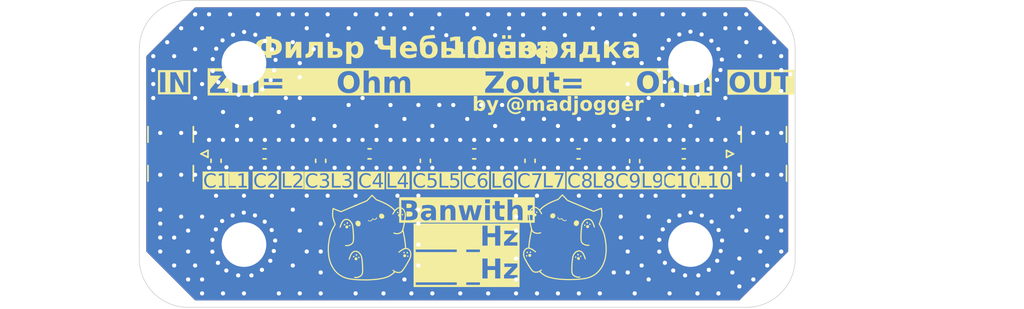
<source format=kicad_pcb>
(kicad_pcb (version 20241229) (generator "pcbnew") (generator_version "9.0")
  (layers (0 "F.Cu" signal) (2 "B.Cu" signal) (13 "F.Paste" user) (15 "B.Paste" user) (5 "F.SilkS" user "F.Silkscreen") (7 "B.SilkS" user "B.Silkscreen") (1 "F.Mask" user) (3 "B.Mask" user) (25 "Edge.Cuts" user))
  (net 0 "")
  (net 1 "Earth")
  (net 2 "Net-(J1-In)")
  (net 3 "Net-(C2-Pad2)")
  (net 4 "Net-(C3-Pad1)")
  (net 5 "Net-(C4-Pad2)")
  (net 6 "Net-(C5-Pad1)")
  (net 7 "Net-(C6-Pad2)")
  (net 8 "Net-(C7-Pad1)")
  (net 9 "Net-(C8-Pad2)")
  (net 10 "Net-(C10-Pad1)")
  (net 11 "Net-(C10-Pad2)")
  (net 12 "Net-(J2-In)")
  (footprint "MountingHole:MountingHole_3.2mm_M3_DIN965_Pad_TopBottom" (layer "F.Cu") (at 164.5 85.5)
    (property "Reference" "H4" (hide yes))
    (property "Value" "MountingHole:MountingHole_3.2mm_M3_DIN965_Pad_TopBottom")
    (pad "1" thru_hole circle (at 0 0) (size 3.6 3.6) (drill 3.2) (layers "*.Cu" "*.Mask") (net 1 "Earth"))
    (pad "1" connect circle (at 0 0) (size 5.6 5.6) (layers "F.Cu" "F.Mask") (net 1 "Earth"))
    (pad "1" connect circle (at 0 0) (size 5.6 5.6) (layers "B.Cu" "B.Mask") (net 1 "Earth"))
  )
  (footprint "Inductor_SMD:L_0402_1005Metric" (layer "F.Cu") (at 135.985 79)
    (property "Reference" "L2" (at 0 2 0) (layer "F.SilkS" knockout))
    (property "Value" "30nH")
    (pad "1" smd roundrect (at -0.485 0) (size 0.59 0.64) (layers "F.Cu" "F.Mask" "F.Paste") (net 3 "Net-(C2-Pad2)"))
    (pad "2" smd roundrect (at 0.485 0) (size 0.59 0.64) (layers "F.Cu" "F.Mask" "F.Paste") (net 4 "Net-(C3-Pad1)"))
  )
  (footprint "Inductor_SMD:L_0402_1005Metric" (layer "F.Cu") (at 143.485 79)
    (property "Reference" "L4" (at 0.015 2 0) (layer "F.SilkS" knockout))
    (property "Value" "36nH")
    (pad "1" smd roundrect (at -0.485 0) (size 0.59 0.64) (layers "F.Cu" "F.Mask" "F.Paste") (net 5 "Net-(C4-Pad2)"))
    (pad "2" smd roundrect (at 0.485 0) (size 0.59 0.64) (layers "F.Cu" "F.Mask" "F.Paste") (net 6 "Net-(C5-Pad1)"))
  )
  (footprint "Inductor_SMD:L_0402_1005Metric" (layer "F.Cu") (at 132 79.5 -90)
    (property "Reference" "L1" (at 1.5 0 180) (layer "F.SilkS" knockout))
    (property "Value" "13nH")
    (pad "1" smd roundrect (at -0.485 0 270) (size 0.59 0.64) (layers "F.Cu" "F.Mask" "F.Paste") (net 2 "Net-(J1-In)"))
    (pad "2" smd roundrect (at 0.485 0 270) (size 0.59 0.64) (layers "F.Cu" "F.Mask" "F.Paste") (net 1 "Earth"))
  )
  (footprint "Capacitor_SMD:C_0402_1005Metric" (layer "F.Cu") (at 156.48 79)
    (property "Reference" "C8" (at 0.107836 2 0) (layer "F.SilkS" knockout))
    (property "Value" "3pF")
    (pad "1" smd roundrect (at -0.48 0) (size 0.56 0.62) (layers "F.Cu" "F.Mask" "F.Paste") (net 8 "Net-(C7-Pad1)"))
    (pad "2" smd roundrect (at 0.48 0) (size 0.56 0.62) (layers "F.Cu" "F.Mask" "F.Paste") (net 9 "Net-(C8-Pad2)"))
  )
  (footprint "Capacitor_SMD:C_0402_1005Metric" (layer "F.Cu") (at 141.5 79)
    (property "Reference" "C4" (at 0.107836 2 0) (layer "F.SilkS" knockout))
    (property "Value" "3.3pF")
    (pad "1" smd roundrect (at -0.48 0) (size 0.56 0.62) (layers "F.Cu" "F.Mask" "F.Paste") (net 4 "Net-(C3-Pad1)"))
    (pad "2" smd roundrect (at 0.48 0) (size 0.56 0.62) (layers "F.Cu" "F.Mask" "F.Paste") (net 5 "Net-(C4-Pad2)"))
  )
  (footprint "Capacitor_SMD:C_0402_1005Metric" (layer "F.Cu") (at 149 79)
    (property "Reference" "C6" (at 0.107836 2 0) (layer "F.SilkS" knockout))
    (property "Value" "3pF")
    (pad "1" smd roundrect (at -0.48 0) (size 0.56 0.62) (layers "F.Cu" "F.Mask" "F.Paste") (net 6 "Net-(C5-Pad1)"))
    (pad "2" smd roundrect (at 0.48 0) (size 0.56 0.62) (layers "F.Cu" "F.Mask" "F.Paste") (net 7 "Net-(C6-Pad2)"))
  )
  (footprint "MountingHole:MountingHole_3.2mm_M3_DIN965_Pad_TopBottom" (layer "F.Cu") (at 164.5 72.5)
    (property "Reference" "H3" (hide yes))
    (property "Value" "MountingHole_M3_3.2mm_Pad")
    (pad "1" thru_hole circle (at 0 0) (size 3.6 3.6) (drill 3.2) (layers "*.Cu" "*.Mask") (net 1 "Earth"))
    (pad "1" connect circle (at 0 0) (size 5.6 5.6) (layers "F.Cu" "F.Mask") (net 1 "Earth"))
    (pad "1" connect circle (at 0 0) (size 5.6 5.6) (layers "B.Cu" "B.Mask") (net 1 "Earth"))
  )
  (footprint "Capacitor_SMD:C_0402_1005Metric" (layer "F.Cu") (at 164.02 79)
    (property "Reference" "C10" (at -0.161605 2 0) (layer "F.SilkS" knockout))
    (property "Value" "5.6pF")
    (pad "1" smd roundrect (at -0.48 0) (size 0.56 0.62) (layers "F.Cu" "F.Mask" "F.Paste") (net 10 "Net-(C10-Pad1)"))
    (pad "2" smd roundrect (at 0.48 0) (size 0.56 0.62) (layers "F.Cu" "F.Mask" "F.Paste") (net 11 "Net-(C10-Pad2)"))
  )
  (footprint "Capacitor_SMD:C_0402_1005Metric" (layer "F.Cu") (at 145.5 79.5 -90)
    (property "Reference" "C5" (at 1.5 0 180) (layer "F.SilkS" knockout))
    (property "Value" "15pF")
    (pad "1" smd roundrect (at -0.48 0 270) (size 0.56 0.62) (layers "F.Cu" "F.Mask" "F.Paste") (net 6 "Net-(C5-Pad1)"))
    (pad "2" smd roundrect (at 0.48 0 270) (size 0.56 0.62) (layers "F.Cu" "F.Mask" "F.Paste") (net 1 "Earth"))
  )
  (footprint "Inductor_SMD:L_0402_1005Metric" (layer "F.Cu") (at 147 79.515 -90)
    (property "Reference" "L5" (at 1.485 -0.219242 180) (layer "F.SilkS" knockout))
    (property "Value" "7.5nH")
    (pad "1" smd roundrect (at -0.485 0 270) (size 0.59 0.64) (layers "F.Cu" "F.Mask" "F.Paste") (net 6 "Net-(C5-Pad1)"))
    (pad "2" smd roundrect (at 0.485 0 270) (size 0.59 0.64) (layers "F.Cu" "F.Mask" "F.Paste") (net 1 "Earth"))
  )
  (footprint "MountingHole:MountingHole_3.2mm_M3_DIN965_Pad_TopBottom" (layer "F.Cu") (at 132.5 85.5)
    (property "Reference" "H2" (hide yes))
    (property "Value" "MountingHole_M3_3.2mm_Pad")
    (pad "1" thru_hole circle (at 0 0) (size 3.6 3.6) (drill 3.2) (layers "*.Cu" "*.Mask") (net 1 "Earth"))
    (pad "1" connect circle (at 0 0) (size 5.6 5.6) (layers "F.Cu" "F.Mask") (net 1 "Earth"))
    (pad "1" connect circle (at 0 0) (size 5.6 5.6) (layers "B.Cu" "B.Mask") (net 1 "Earth"))
  )
  (footprint "Inductor_SMD:L_0402_1005Metric" (layer "F.Cu") (at 162 79.515 -90)
    (property "Reference" "L9" (at 1.485 0.224408 180) (layer "F.SilkS" knockout))
    (property "Value" "10nH")
    (pad "1" smd roundrect (at -0.485 0 270) (size 0.59 0.64) (layers "F.Cu" "F.Mask" "F.Paste") (net 10 "Net-(C10-Pad1)"))
    (pad "2" smd roundrect (at 0.485 0 270) (size 0.59 0.64) (layers "F.Cu" "F.Mask" "F.Paste") (net 1 "Earth"))
  )
  (footprint "Capacitor_SMD:C_0402_1005Metric" (layer "F.Cu") (at 153 79.5 -90)
    (property "Reference" "C7" (at 1.5 0 180) (layer "F.SilkS" knockout))
    (property "Value" "15pF")
    (pad "1" smd roundrect (at -0.48 0 270) (size 0.56 0.62) (layers "F.Cu" "F.Mask" "F.Paste") (net 8 "Net-(C7-Pad1)"))
    (pad "2" smd roundrect (at 0.48 0 270) (size 0.56 0.62) (layers "F.Cu" "F.Mask" "F.Paste") (net 1 "Earth"))
  )
  (footprint "Inductor_SMD:L_0402_1005Metric" (layer "F.Cu") (at 154.5 79.515 -90)
    (property "Reference" "L7" (at 1.470051 -0.196637 180) (layer "F.SilkS" knockout))
    (property "Value" "8.2nH")
    (pad "1" smd roundrect (at -0.485 0 270) (size 0.59 0.64) (layers "F.Cu" "F.Mask" "F.Paste") (net 8 "Net-(C7-Pad1)"))
    (pad "2" smd roundrect (at 0.485 0 270) (size 0.59 0.64) (layers "F.Cu" "F.Mask" "F.Paste") (net 1 "Earth"))
  )
  (footprint "MountingHole:MountingHole_3.2mm_M3_DIN965_Pad_TopBottom" (layer "F.Cu") (at 132.5 72.5)
    (property "Reference" "H1" (hide yes))
    (property "Value" "MountingHole_M3_3.2mm_Pad")
    (pad "1" thru_hole circle (at 0 0) (size 3.6 3.6) (drill 3.2) (layers "*.Cu" "*.Mask") (net 1 "Earth"))
    (pad "1" connect circle (at 0 0) (size 5.6 5.6) (layers "F.Cu" "F.Mask") (net 1 "Earth"))
    (pad "1" connect circle (at 0 0) (size 5.6 5.6) (layers "B.Cu" "B.Mask") (net 1 "Earth"))
  )
  (footprint "Connector_Coaxial:SMA_Samtec_SMA-J-P-H-ST-EM1_EdgeMount" (layer "F.Cu") (at 169.8375 79)
    (property "Reference" "J2" (hide yes))
    (property "Value" "Conn_Coaxial")
    (pad "1" smd roundrect (at 0 0 90) (size 1.27 3.2) (layers "F.Cu" "F.Mask") (roundrect_rratio 0.1968503937) (net 12 "Net-(J2-In)"))
    (pad "2" smd roundrect (at -0.25 -2.825 90) (size 1.35 3.7) (layers "F.Cu" "F.Mask") (roundrect_rratio 0.1851851852) (net 1 "Earth"))
    (pad "2" smd roundrect (at -0.25 -2.825 90) (size 1.35 3.7) (layers "B.Cu" "B.Mask") (roundrect_rratio 0.1851851852) (net 1 "Earth"))
    (pad "2" smd roundrect (at -0.25 2.825 90) (size 1.35 3.7) (layers "F.Cu" "F.Mask") (roundrect_rratio 0.1851851852) (net 1 "Earth"))
    (pad "2" smd roundrect (at -0.25 2.825 90) (size 1.35 3.7) (layers "B.Cu" "B.Mask") (roundrect_rratio 0.1851851852) (net 1 "Earth"))
  )
  (footprint "Inductor_SMD:L_0402_1005Metric" (layer "F.Cu") (at 151.015 79)
    (property "Reference" "L6" (at 0 2 0) (layer "F.SilkS" knockout))
    (property "Value" "39nH")
    (pad "1" smd roundrect (at -0.485 0) (size 0.59 0.64) (layers "F.Cu" "F.Mask" "F.Paste") (net 7 "Net-(C6-Pad2)"))
    (pad "2" smd roundrect (at 0.485 0) (size 0.59 0.64) (layers "F.Cu" "F.Mask" "F.Paste") (net 8 "Net-(C7-Pad1)"))
  )
  (footprint "Inductor_SMD:L_0402_1005Metric" (layer "F.Cu") (at 158.5 79)
    (property "Reference" "L8" (at -0.227304 2 0) (layer "F.SilkS" knockout))
    (property "Value" "39nH")
    (pad "1" smd roundrect (at -0.485 0) (size 0.59 0.64) (layers "F.Cu" "F.Mask" "F.Paste") (net 9 "Net-(C8-Pad2)"))
    (pad "2" smd roundrect (at 0.485 0) (size 0.59 0.64) (layers "F.Cu" "F.Mask" "F.Paste") (net 10 "Net-(C10-Pad1)"))
  )
  (footprint "Capacitor_SMD:C_0402_1005Metric" (layer "F.Cu") (at 160.5 79.52 -90)
    (property "Reference" "C9" (at 1.48 0.478348 180) (layer "F.SilkS" knockout))
    (property "Value" "12pF")
    (pad "1" smd roundrect (at -0.48 0 270) (size 0.56 0.62) (layers "F.Cu" "F.Mask" "F.Paste") (net 10 "Net-(C10-Pad1)"))
    (pad "2" smd roundrect (at 0.48 0 270) (size 0.56 0.62) (layers "F.Cu" "F.Mask" "F.Paste") (net 1 "Earth"))
  )
  (footprint "Inductor_SMD:L_0402_1005Metric" (layer "F.Cu") (at 166.015 79)
    (property "Reference" "L10" (at 0.159984 2 0) (layer "F.SilkS" knockout))
    (property "Value" "22nH")
    (pad "1" smd roundrect (at -0.485 0) (size 0.59 0.64) (layers "F.Cu" "F.Mask" "F.Paste") (net 11 "Net-(C10-Pad2)"))
    (pad "2" smd roundrect (at 0.485 0) (size 0.59 0.64) (layers "F.Cu" "F.Mask" "F.Paste") (net 12 "Net-(J2-In)"))
  )
  (footprint "Capacitor_SMD:C_0402_1005Metric" (layer "F.Cu") (at 138 79.5 -90)
    (property "Reference" "C3" (at 1.507474 0.216752 180) (layer "F.SilkS" knockout))
    (property "Value" "16pF")
    (pad "1" smd roundrect (at -0.48 0 270) (size 0.56 0.62) (layers "F.Cu" "F.Mask" "F.Paste") (net 4 "Net-(C3-Pad1)"))
    (pad "2" smd roundrect (at 0.48 0 270) (size 0.56 0.62) (layers "F.Cu" "F.Mask" "F.Paste") (net 1 "Earth"))
  )
  (footprint "Capacitor_SMD:C_0402_1005Metric" (layer "F.Cu") (at 130.5 79.5 -90)
    (property "Reference" "C1" (at 1.5 0 180) (layer "F.SilkS" knockout))
    (property "Value" "9.1pF")
    (pad "1" smd roundrect (at -0.48 0 270) (size 0.56 0.62) (layers "F.Cu" "F.Mask" "F.Paste") (net 2 "Net-(J1-In)"))
    (pad "2" smd roundrect (at 0.48 0 270) (size 0.56 0.62) (layers "F.Cu" "F.Mask" "F.Paste") (net 1 "Earth"))
  )
  (footprint "LOGO" (layer "F.Cu") (at 141.5 85)
    (property "Reference" "G***" (hide yes))
    (property "Value" "LOGO" (hide yes))
  )
  (footprint "Connector_Coaxial:SMA_Samtec_SMA-J-P-H-ST-EM1_EdgeMount" (layer "F.Cu") (at 127.1625 79 180)
    (property "Reference" "J1" (hide yes))
    (property "Value" "Conn_Coaxial")
    (pad "1" smd roundrect (at 0 0 270) (size 1.27 3.2) (layers "F.Cu" "F.Mask") (roundrect_rratio 0.1968503937) (net 2 "Net-(J1-In)"))
    (pad "2" smd roundrect (at -0.25 -2.825 270) (size 1.35 3.7) (layers "F.Cu" "F.Mask") (roundrect_rratio 0.1851851852) (net 1 "Earth"))
    (pad "2" smd roundrect (at -0.25 -2.825 270) (size 1.35 3.7) (layers "B.Cu" "B.Mask") (roundrect_rratio 0.1851851852) (net 1 "Earth"))
    (pad "2" smd roundrect (at -0.25 2.825 270) (size 1.35 3.7) (layers "F.Cu" "F.Mask") (roundrect_rratio 0.1851851852) (net 1 "Earth"))
    (pad "2" smd roundrect (at -0.25 2.825 270) (size 1.35 3.7) (layers "B.Cu" "B.Mask") (roundrect_rratio 0.1851851852) (net 1 "Earth"))
  )
  (footprint "LOGO" (layer "F.Cu") (at 155.5 84.975871)
    (property "Reference" "G***" (hide yes))
    (property "Value" "LOGO" (hide yes))
  )
  (footprint "Capacitor_SMD:C_0402_1005Metric" (layer "F.Cu") (at 133.98 79)
    (property "Reference" "C2" (at 0.107836 2 0) (layer "F.SilkS" knockout))
    (property "Value" "3.9pF")
    (pad "1" smd roundrect (at -0.48 0) (size 0.56 0.62) (layers "F.Cu" "F.Mask" "F.Paste") (net 2 "Net-(J1-In)"))
    (pad "2" smd roundrect (at 0.48 0) (size 0.56 0.62) (layers "F.Cu" "F.Mask" "F.Paste") (net 3 "Net-(C2-Pad2)"))
  )
  (footprint "Inductor_SMD:L_0402_1005Metric" (layer "F.Cu") (at 139.5 79.5 -90)
    (property "Reference" "L3" (at 1.5 0 180) (layer "F.SilkS" knockout))
    (property "Value" "7.5nH")
    (pad "1" smd roundrect (at -0.485 0 270) (size 0.59 0.64) (layers "F.Cu" "F.Mask" "F.Paste") (net 4 "Net-(C3-Pad1)"))
    (pad "2" smd roundrect (at 0.485 0 270) (size 0.59 0.64) (layers "F.Cu" "F.Mask" "F.Paste") (net 1 "Earth"))
  )
  (gr_line (start 128.5 68) (end 168.5 68) (stroke (width 0.05)) (layer "Edge.Cuts"))
  (gr_arc (start 128.5 90) (mid 126.025126 88.974874) (end 125 86.5) (stroke (width 0.05)) (layer "Edge.Cuts"))
  (gr_arc (start 172 86.5) (mid 170.974874 88.974874) (end 168.5 90) (stroke (width 0.05)) (layer "Edge.Cuts"))
  (gr_line (start 168.5 90) (end 128.5 90) (stroke (width 0.05)) (layer "Edge.Cuts"))
  (gr_arc (start 168.5 68) (mid 170.974874 69.025126) (end 172 71.5) (stroke (width 0.05)) (layer "Edge.Cuts"))
  (gr_arc (start 125 71.5) (mid 126.025126 69.025126) (end 128.5 68) (stroke (width 0.05)) (layer "Edge.Cuts"))
  (gr_line (start 125 86.5) (end 125 71.5) (stroke (width 0.05)) (layer "Edge.Cuts"))
  (gr_line (start 172 71.5) (end 172 86.5) (stroke (width 0.05)) (layer "Edge.Cuts"))
  (gr_text "___ _Hz\n___ _Hz" (at 148.5 86.172656 0) (layer "F.SilkS" knockout) (effects (font (size 1.4 1.4) (thickness 0.2) (bold yes))))
  (gr_text "Zin=     Ohm       Zout=     Ohm" (at 148 74 0) (layer "F.SilkS" knockout) (effects (font (size 1.5 1.5) (thickness 0.2) (bold yes))))
  (gr_text "OUT" (at 169.5 74 0) (layer "F.SilkS" knockout) (effects (font (size 1.4 1.4) (thickness 0.2) (bold yes))))
  (gr_text "by @madjogger" (at 155 75.5 0) (layer "F.SilkS") (effects (font (size 1 1) (thickness 0.2) (bold yes))))
  (gr_text "10 порядка" (at 154 71.5 0) (layer "F.SilkS") (effects (font (size 1.5 1.5) (thickness 0.15) (bold yes))))
  (gr_text "Фильр Чебышёва" (at 144 71.5 0) (layer "F.SilkS") (effects (font (size 1.5 1.5) (thickness 0.15) (bold yes))))
  (gr_text "Banwith:" (at 148.5 83.172656 0) (layer "F.SilkS" knockout) (effects (font (size 1.4 1.4) (thickness 0.2) (bold yes))))
  (gr_text "IN" (at 127.5 74 0) (layer "F.SilkS" knockout) (effects (font (size 1.4 1.4) (thickness 0.2) (bold yes))))
  (via (at 132.486986 83.211717) (size 0.6) (drill 0.3) (layers "F.Cu" "B.Cu") (net 1))
  (via (at 162 82) (size 0.6) (drill 0.3) (layers "F.Cu" "B.Cu") (net 1))
  (via (at 136.5 89) (size 0.6) (drill 0.3) (layers "F.Cu" "B.Cu") (net 1))
  (via (at 158 89) (size 0.6) (drill 0.3) (layers "F.Cu" "B.Cu") (net 1))
  (via (at 152 82) (size 0.6) (drill 0.3) (layers "F.Cu" "B.Cu") (net 1))
  (via (at 130 69) (size 0.6) (drill 0.3) (layers "F.Cu" "B.Cu") (net 1))
  (via (at 140.5 89) (size 0.6) (drill 0.3) (layers "F.Cu" "B.Cu") (net 1))
  (via (at 128.5 86) (size 0.6) (drill 0.3) (layers "F.Cu" "B.Cu") (net 1))
  (via (at 158 82) (size 0.6) (drill 0.3) (layers "F.Cu" "B.Cu") (net 1))
  (via (at 170.5 71) (size 0.6) (drill 0.3) (layers "F.Cu" "B.Cu") (net 1))
  (via (at 130.513915 71.465464) (size 0.6) (drill 0.3) (layers "F.Cu" "B.Cu") (net 1))
  (via (at 163.711786 83.410507) (size 0.6) (drill 0.3) (layers "F.Cu" "B.Cu") (net 1))
  (via (at 129 87) (size 0.6) (drill 0.3) (layers "F.Cu" "B.Cu") (net 1))
  (via (at 164.5 77) (size 0.6) (drill 0.3) (layers "F.Cu" "B.Cu") (net 1))
  (via (at 152 80) (size 0.6) (drill 0.3) (layers "F.Cu" "B.Cu") (net 1))
  (via (at 146 70) (size 0.6) (drill 0.3) (layers "F.Cu" "B.Cu") (net 1))
  (via (at 143 78) (size 0.6) (drill 0.3) (layers "F.Cu" "B.Cu") (net 1))
  (via (at 164.111786 87.710507) (size 0.6) (drill 0.3) (layers "F.Cu" "B.Cu") (net 1))
  (via (at 135 89) (size 0.6) (drill 0.3) (layers "F.Cu" "B.Cu") (net 1))
  (via (at 161.5 83.5) (size 0.6) (drill 0.3) (layers "F.Cu" "B.Cu") (net 1))
  (via (at 127.5 85) (size 0.6) (drill 0.3) (layers "F.Cu" "B.Cu") (net 1))
  (via (at 142.5 70) (size 0.6) (drill 0.3) (layers "F.Cu" "B.Cu") (net 1))
  (via (at 160.5 70.5) (size 0.6) (drill 0.3) (layers "F.Cu" "B.Cu") (net 1))
  (via (at 133.5 69) (size 0.6) (drill 0.3) (layers "F.Cu" "B.Cu") (net 1))
  (via (at 129.5 83.5) (size 0.6) (drill 0.3) (layers "F.Cu" "B.Cu") (net 1))
  (via (at 166.74611 72.245351) (size 0.6) (drill 0.3) (layers "F.Cu" "B.Cu") (net 1))
  (via (at 166.761786 85.210507) (size 0.6) (drill 0.3) (layers "F.Cu" "B.Cu") (net 1))
  (via (at 130.963915 70.865464) (size 0.6) (drill 0.3) (layers "F.Cu" "B.Cu") (net 1))
  (via (at 137.5 76.5) (size 0.6) (drill 0.3) (layers "F.Cu" "B.Cu") (net 1))
  (via (at 171 73) (size 0.6) (drill 0.3) (layers "F.Cu" "B.Cu") (net 1))
  (via (at 137 69) (size 0.6) (drill 0.3) (layers "F.Cu" "B.Cu") (net 1))
  (via (at 150 78) (size 0.6) (drill 0.3) (layers "F.Cu" "B.Cu") (net 1))
  (via (at 138 86) (size 0.6) (drill 0.3) (layers "F.Cu" "B.Cu") (net 1))
  (via (at 166.5 76.5) (size 0.6) (drill 0.3) (layers "F.Cu" "B.Cu") (net 1))
  (via (at 134 80) (size 0.6) (drill 0.3) (layers "F.Cu" "B.Cu") (net 1))
  (via (at 144.5 89) (size 0.6) (drill 0.3) (layers "F.Cu" "B.Cu") (net 1))
  (via (at 146.5 75.5) (size 0.6) (drill 0.3) (layers "F.Cu" "B.Cu") (net 1))
  (via (at 136 87) (size 0.6) (drill 0.3) (layers "F.Cu" "B.Cu") (net 1))
  (via (at 161 85) (size 0.6) (drill 0.3) (layers "F.Cu" "B.Cu") (net 1))
  (via (at 133 78) (size 0.6) (drill 0.3) (layers "F.Cu" "B.Cu") (net 1))
  (via (at 137 82) (size 0.6) (drill 0.3) (layers "F.Cu" "B.Cu") (net 1))
  (via (at 165.99611 70.895351) (size 0.6) (drill 0.3) (layers "F.Cu" "B.Cu") (net 1))
  (via (at 126 72) (size 0.6) (drill 0.3) (layers "F.Cu" "B.Cu") (net 1))
  (via (at 127 71) (size 0.6) (drill 0.3) (layers "F.Cu" "B.Cu") (net 1))
  (via (at 166.64611 72.995351) (size 0.6) (drill 0.3) (layers "F.Cu" "B.Cu") (net 1))
  (via (at 138.5 82) (size 0.6) (drill 0.3) (layers "F.Cu" "B.Cu") (net 1))
  (via (at 127.5 87) (size 0.6) (drill 0.3) (layers "F.Cu" "B.Cu") (net 1))
  (via (at 159.5 69) (size 0.6) (drill 0.3) (layers "F.Cu" "B.Cu") (net 1))
  (via (at 155.5 69) (size 0.6) (drill 0.3) (layers "F.Cu" "B.Cu") (net 1))
  (via (at 171 84.5) (size 0.6) (drill 0.3) (layers "F.Cu" "B.Cu") (net 1))
  (via (at 160 87.5) (size 0.6) (drill 0.3) (layers "F.Cu" "B.Cu") (net 1))
  (via (at 130.663915 73.865464) (size 0.6) (drill 0.3) (layers "F.Cu" "B.Cu") (net 1))
  (via (at 171 83.5) (size 0.6) (drill 0.3) (layers "F.Cu" "B.Cu") (net 1))
  (via (at 130.936986 83.811717) (size 0.6) (drill 0.3) (layers "F.Cu" "B.Cu") (net 1))
  (via (at 134.513915 71.515464) (size 0.6) (drill 0.3) (layers "F.Cu" "B.Cu") (net 1))
  (via (at 167 69) (size 0.6) (drill 0.3) (layers "F.Cu" "B.Cu") (net 1))
  (via (at 168 77.5) (size 0.6) (drill 0.3) (layers "F.Cu" "B.Cu") (net 1))
  (via (at 134.5 82) (size 0.6) (drill 0.3) (layers "F.Cu" "B.Cu") (net 1))
  (via (at 165.5 69) (size 0.6) (drill 0.3) (layers "F.Cu" "B.Cu") (net 1))
  (via (at 131.5 69) (size 0.6) (drill 0.3) (layers "F.Cu" "B.Cu") (net 1))
  (via (at 136 78) (size 0.6) (drill 0.3) (layers "F.Cu" "B.Cu") (net 1))
  (via (at 146 89) (size 0.6) (drill 0.3) (layers "F.Cu" "B.Cu") (net 1))
  (via (at 150.5 77) (size 0.6) (drill 0.3) (layers "F.Cu" "B.Cu") (net 1))
  (via (at 159.5 82) (size 0.6) (drill 0.3) (layers "F.Cu" "B.Cu") (net 1))
  (via (at 158 69) (size 0.6) (drill 0.3) (layers "F.Cu" "B.Cu") (net 1))
  (via (at 163.69611 70.445351) (size 0.6) (drill 0.3) (layers "F.Cu" "B.Cu") (net 1))
  (via (at 131.246807 79.963069) (size 0.6) (drill 0.3) (layers "F.Cu" "B.Cu") (net 1))
  (via (at 151 75.5) (size 0.6) (drill 0.3) (layers "F.Cu" "B.Cu") (net 1))
  (via (at 126.5 83) (size 0.6) (drill 0.3) (layers "F.Cu" "B.Cu") (net 1))
  (via (at 143.5 82) (size 0.6) (drill 0.3) (layers "F.Cu" "B.Cu") (net 1))
  (via (at 129 71.5) (size 0.6) (drill 0.3) (layers "F.Cu" "B.Cu") (net 1))
  (via (at 134.386986 86.661717) (size 0.6) (drill 0.3) (layers "F.Cu" "B.Cu") (net 1))
  (via (at 163.24611 74.395351) (size 0.6) (drill 0.3) (layers "F.Cu" "B.Cu") (net 1))
  (via (at 129 69) (size 0.6) (drill 0.3) (layers "F.Cu" "B.Cu") (net 1))
  (via (at 159 77) (size 0.6) (drill 0.3) (layers "F.Cu" "B.Cu") (net 1))
  (via (at 165 80) (size 0.6) (drill 0.3) (layers "F.Cu" "B.Cu") (net 1))
  (via (at 160 71.5) (size 0.6) (drill 0.3) (layers "F.Cu" "B.Cu") (net 1))
  (via (at 169.5 72) (size 0.6) (drill 0.3) (layers "F.Cu" "B.Cu") (net 1))
  (via (at 133.786986 87.311717) (size 0.6) (drill 0.3) (layers "F.Cu" "B.Cu") (net 1))
  (via (at 137 70) (size 0.6) (drill 0.3) (layers "F.Cu" "B.Cu") (net 1))
  (via (at 161.5 88) (size 0.6) (drill 0.3) (layers "F.Cu" "B.Cu") (net 1))
  (via (at 132 78) (size 0.6) (drill 0.3) (layers "F.Cu" "B.Cu") (net 1))
  (via (at 128 77.5) (size 0.6) (drill 0.3) (layers "F.Cu" "B.Cu") (net 1))
  (via (at 136 83) (size 0.6) (drill 0.3) (layers "F.Cu" "B.Cu") (net 1))
  (via (at 167 75) (size 0.6) (drill 0.3) (layers "F.Cu" "B.Cu") (net 1))
  (via (at 168 86.5) (size 0.6) (drill 0.3) (layers "F.Cu" "B.Cu") (net 1))
  (via (at 140.5 82) (size 0.6) (drill 0.3) (layers "F.Cu" "B.Cu") (net 1))
  (via (at 134.013915 70.915464) (size 0.6) (drill 0.3) (layers "F.Cu" "B.Cu") (net 1))
  (via (at 139 80) (size 0.6) (drill 0.3) (layers "F.Cu" "B.Cu") (net 1))
  (via (at 162.661786 86.810507) (size 0.6) (drill 0.3) (layers "F.Cu" "B.Cu") (net 1))
  (via (at 156 78) (size 0.6) (drill 0.3) (layers "F.Cu" "B.Cu") (net 1))
  (via (at 145 82) (size 0.6) (drill 0.3) (layers "F.Cu" "B.Cu") (net 1))
  (via (at 132.513915 70.265464) (size 0.6) (drill 0.3) (layers "F.Cu" "B.Cu") (net 1))
  (via (at 166.511786 84.460507) (size 0.6) (drill 0.3) (layers "F.Cu" "B.Cu") (net 1))
  (via (at 157.5 70) (size 0.6) (drill 0.3) (layers "F.Cu" "B.Cu") (net 1))
  (via (at 138 89) (size 0.6) (drill 0.3) (layers "F.Cu" "B.Cu") (net 1))
  (via (at 166 78) (size 0.6) (drill 0.3) (layers "F.Cu" "B.Cu") (net 1))
  (via (at 170 85) (size 0.6) (drill 0.3) (layers "F.Cu" "B.Cu") (net 1))
  (via (at 154 80) (size 0.6) (drill 0.3) (layers "F.Cu" "B.Cu") (net 1))
  (via (at 170 87) (size 0.6) (drill 0.3) (layers "F.Cu" "B.Cu") (net 1))
  (via (at 166.49611 71.495351) (size 0.6) (drill 0.3) (layers "F.Cu" "B.Cu") (net 1))
  (via (at 131.713915 70.465464) (size 0.6) (drill 0.3) (layers "F.Cu" "B.Cu") (net 1))
  (via (at 166.011786 83.860507) (size 0.6) (drill 0.3) (layers "F.Cu" "B.Cu") (net 1))
  (via (at 130 78) (size 0.6) (drill 0.3) (layers "F.Cu" "B.Cu") (net 1))
  (via (at 154 76.5) (size 0.6) (drill 0.3) (layers "F.Cu" "B.Cu") (net 1))
  (via (at 148 89) (size 0.6) (drill 0.3) (layers "F.Cu" "B.Cu") (net 1))
  (via (at 138 84) (size 0.6) (drill 0.3) (layers "F.Cu" "B.Cu") (net 1))
  (via (at 166.411786 86.660507) (size 0.6) (drill 0.3) (layers "F.Cu" "B.Cu") (net 1))
  (via (at 135 78) (size 0.6) (drill 0.3) (layers "F.Cu" "B.Cu") (net 1))
  (via (at 133.036986 87.711717) (size 0.6) (drill 0.3) (layers "F.Cu" "B.Cu") (net 1))
  (via (at 160 76.5) (size 0.6) (drill 0.3) (layers "F.Cu" "B.Cu") (net 1))
  (via (at 169 77.5) (size 0.6) (drill 0.3) (layers "F.Cu" "B.Cu") (net 1))
  (via (at 134.663915 73.015464) (size 0.6) (drill 0.3) (layers "F.Cu" "B.Cu") (net 1))
  (via (at 134 78) (size 0.6) (drill 0.3) (layers "F.Cu" "B.Cu") (net 1))
  (via (at 138 87.5) (size 0.6) (drill 0.3) (layers "F.Cu" "B.Cu") (net 1))
  (via (at 129 73) (size 0.6) (drill 0.3) (layers "F.Cu" "B.Cu") (net 1))
  (via (at 168 70) (size 0.6) (drill 0.3) (layers "F.Cu" "B.Cu") (net 1))
  (via (at 147 78) (size 0.6) (drill 0.3) (layers "F.Cu" "B.Cu") (net 1))
  (via (at 143 69) (size 0.6) (drill 0.3) (layers "F.Cu" "B.Cu") (net 1))
  (via (at 165.29611 70.445351) (size 0.6) (drill 0.3) (layers "F.Cu" "B.Cu") (net 1))
  (via (at 126.5 77.5) (size 0.6) (drill 0.3) (layers "F.Cu" "B.Cu") (net 1))
  (via (at 161.5 75) (size 0.6) (drill 0.3) (layers "F.Cu" "B.Cu") (net 1))
  (via (at 145 75.5) (size 0.6) (drill 0.3) (layers "F.Cu" "B.Cu") (net 1))
  (via (at 137 80) (size 0.6) (drill 0.3) (layers "F.Cu" "B.Cu") (net 1))
  (via (at 152 78) (size 0.6) (drill 0.3) (layers "F.Cu" "B.Cu") (net 1))
  (via (at 144 80) (size 0.6) (drill 0.3) (layers "F.Cu" "B.Cu") (net 1))
  (via (at 169 88) (size 0.6) (drill 0.3) (layers "F.Cu" "B.Cu") (net 1))
  (via (at 131.686986 83.411717) (size 0.6) (drill 0.3) (layers "F.Cu" "B.Cu") (net 1))
  (via (at 133.813915 74.365464) (size 0.6) (drill 0.3) (layers "F.Cu" "B.Cu") (net 1))
  (via (at 132.5 89) (size 0.6) (drill 0.3) (layers "F.Cu" "B.Cu") (net 1))
  (via (at 153.5 82) (size 0.6) (drill 0.3) (layers "F.Cu" "B.Cu") (net 1))
  (via (at 141 75) (size 0.6) (drill 0.3) (layers "F.Cu" "B.Cu") (net 1))
  (via (at 128 80.5) (size 0.6) (drill 0.3) (layers "F.Cu" "B.Cu") (net 1))
  (via (at 130 80) (size 0.6) (drill 0.3) (layers "F.Cu" "B.Cu") (net 1))
  (via (at 160 78) (size 0.6) (drill 0.3) (layers "F.Cu" "B.Cu") (net 1))
  (via (at 136.5 72.5) (size 0.6) (drill 0.3) (layers "F.Cu" "B.Cu") (net 1))
  (via (at 168.5 71) (size 0.6) (drill 0.3) (layers "F.Cu" "B.Cu") (net 1))
  (via (at 142 80) (size 0.6) (drill 0.3) (layers "F.Cu" "B.Cu") (net 1))
  (via (at 145 78) (size 0.6) (drill 0.3) (layers "F.Cu" "B.Cu") (net 1))
  (via (at 152 86.5) (size 0.6) (drill 0.3) (layers "F.Cu" "B.Cu") (net 1))
  (via (at 159.5 83.5) (size 0.6) (drill 0.3) (layers "F.Cu" "B.Cu") (net 1))
  (via (at 130.236986 86.011717) (size 0.6) (drill 0.3) (layers "F.Cu" "B.Cu") (net 1))
  (via (at 154 78) (size 0.6) (drill 0.3) (layers "F.Cu" "B.Cu") (net 1))
  (via (at 130.636986 86.811717) (size 0.6) (drill 0.3) (layers "F.Cu" "B.Cu") (net 1))
  (via (at 152 89) (size 0.6) (drill 0.3) (layers "F.Cu" "B.Cu") (net 1))
  (via (at 162.24611 73.045351) (size 0.6) (drill 0.3) (layers "F.Cu" "B.Cu") (net 1))
  (via (at 131 76) (size 0.6) (drill 0.3) (layers "F.Cu" "B.Cu") (net 1))
  (via (at 140 70) (size 0.6) (drill 0.3) (layers "F.Cu" "B.Cu") (net 1))
  (via (at 162.5 69) (size 0.6) (drill 0.3) (layers "F.Cu" "B.Cu") (net 1))
  (via (at 148 80) (size 0.6) (drill 0.3) (layers "F.Cu" "B.Cu") (net 1))
  (via (at 132 77) (size 0.6) (drill 0.3) (layers "F.Cu" "B.Cu") (net 1))
  (via (at 156.5 82) (size 0.6) (drill 0.3) (layers "F.Cu" "B.Cu") (net 1))
  (via (at 139 78) (size 0.6) (drill 0.3) (layers "F.Cu" "B.Cu") (net 1))
  (via (at 155 80) (size 0.6) (drill 0.3) (layers "F.Cu" "B.Cu") (net 1))
  (via (at 164 78) (size 0.6) (drill 0.3) (layers "F.Cu" "B.Cu") (net 1))
  (via (at 162.261786 85.160507) (size 0.6) (drill 0.3) (layers "F.Cu" "B.Cu") (net 1))
  (via (at 149 78) (size 0.6) (drill 0.3) (layers "F.Cu" "B.Cu") (net 1))
  (via (at 133.313915 70.465464) (size 0.6) (drill 0.3) (layers "F.Cu" "B.Cu") (net 1))
  (via (at 149 80) (size 0.6) (drill 0.3) (layers "F.Cu" "B.Cu") (net 1))
  (via (at 162.49611 71.445351) (size 0.6) (drill 0.3) (layers "F.Cu" "B.Cu") (net 1))
  (via (at 126 74) (size 0.6) (drill 0.3) (layers "F.Cu" "B.Cu") (net 1))
  (via (at 145 87) (size 0.6) (drill 0.3) (layers "F.Cu" "B.Cu") (net 1))
  (via (at 131 78) (size 0.6) (drill 0.3) (layers "F.Cu" "B.Cu") (net 1))
  (via (at 166.39611 73.695351) (size 0.6) (drill 0.3) (layers "F.Cu" "B.Cu") (net 1))
  (via (at 160 75) (size 0.6) (drill 0.3) (layers "F.Cu" "B.Cu") (net 1))
  (via (at 128.5 84.5) (size 0.6) (drill 0.3) (layers "F.Cu" "B.Cu") (net 1))
  (via (at 133.063915 74.765464) (size 0.6) (drill 0.3) (layers "F.Cu" "B.Cu") (net 1))
  (via (at 171 77.5) (size 0.6) (drill 0.3) (layers "F.Cu" "B.Cu") (net 1))
  (via (at 140.5 69) (size 0.6) (drill 0.3) (layers "F.Cu" "B.Cu") (net 1))
  (via (at 171 86) (size 0.6) (drill 0.3) (layers "F.Cu" "B.Cu") (net 1))
  (via (at 150.5 70.5) (size 0.6) (drill 0.3) (layers "F.Cu" "B.Cu") (net 1))
  (via (at 144 70) (size 0.6) (drill 0.3) (layers "F.Cu" "B.Cu") (net 1))
  (via (at 144 88) (size 0.6) (drill 0.3) (layers "F.Cu" "B.Cu") (net 1))
  (via (at 164.511786 83.210507) (size 0.6) (drill 0.3) (layers "F.Cu" "B.Cu") (net 1))
  (via (at 128 83.5) (size 0.6) (drill 0.3) (layers "F.Cu" "B.Cu") (net 1))
  (via (at 161 78) (size 0.6) (drill 0.3) (layers "F.Cu" "B.Cu") (net 1))
  (via (at 162.5 75.5) (size 0.6) (drill 0.3) (layers "F.Cu" "B.Cu") (net 1))
  (via (at 136 71) (size 0.6) (drill 0.3) (layers "F.Cu" "B.Cu") (net 1))
  (via (at 148.5 76.5) (size 0.6) (drill 0.3) (layers "F.Cu" "B.Cu") (net 1))
  (via (at 130.236986 85.161717) (size 0.6) (drill 0.3) (layers "F.Cu" "B.Cu") (net 1))
  (via (at 165 76) (size 0.6) (drill 0.3) (layers "F.Cu" "B.Cu") (net 1))
  (via (at 142 71) (size 0.6) (drill 0.3) (layers "F.Cu" "B.Cu") (net 1))
  (via (at 158 80) (size 0.6) (drill 0.3) (layers "F.Cu" "B.Cu") (net 1))
  (via (at 159.5 85) (size 0.6) (drill 0.3) (layers "F.Cu" "B.Cu") (net 1))
  (via (at 143 80) (size 0.6) (drill 0.3) (layers "F.Cu" "B.Cu") (net 1))
  (via (at 146 77) (size 0.6) (drill 0.3) (layers "F.Cu" "B.Cu") (net 1))
  (via (at 165.311786 83.410507) (size 0.6) (drill 0.3) (layers "F.Cu" "B.Cu") (net 1))
  (via (at 126.5 84) (size 0.6) (drill 0.3) (layers "F.Cu" "B.Cu") (net 1))
  (via (at 141 80) (size 0.6) (drill 0.3) (layers "F.Cu" "B.Cu") (net 1))
  (via (at 144.5 69) (size 0.6) (drill 0.3) (layers "F.Cu" "B.Cu") (net 1))
  (via (at 134.636986 85.961717) (size 0.6) (drill 0.3) (layers "F.Cu" "B.Cu") (net 1))
  (via (at 165.811786 87.310507) (size 0.6) (drill 0.3) (layers "F.Cu" "B.Cu") (net 1))
  (via (at 139 77) (size 0.6) (drill 0.3) (layers "F.Cu" "B.Cu") (net 1))
  (via (at 162.961786 83.810507) (size 0.6) (drill 0.3) (layers "F.Cu" "B.Cu") (net 1))
  (via (at 148.5 69) (size 0.6) (drill 0.3) (layers "F.Cu" "B.Cu") (net 1))
  (via (at 138.5 70.5) (size 0.6) (drill 0.3) (layers "F.Cu" "B.Cu") (net 1))
  (via (at 129 80.5) (size 0.6) (drill 0.3) (layers "F.Cu" "B.Cu") (net 1))
  (via (at 148 78) (size 0.6) (drill 0.3) (layers "F.Cu" "B.Cu") (net 1))
  (via (at 162.94611 70.845351) (size 0.6) (drill 0.3) (layers "F.Cu" "B.Cu") (net 1))
  (via (at 143 75.5) (size 0.6) (drill 0.3) (layers "F.Cu" "B.Cu") (net 1))
  (via (at 134.486986 84.461717) (size 0.6) (drill 0.3) (layers "F.Cu" "B.Cu") (net 1))
  (via (at 144 76.5) (size 0.6) (drill 0.3) (layers "F.Cu" "B.Cu") (net 1))
  (via (at 135 76) (size 0.6) (drill 0.3) (layers "F.Cu" "B.Cu") (net 1))
  (via (at 164 69) (size 0.6) (drill 0.3) (layers "F.Cu" "B.Cu") (net 1))
  (via (at 159 87.5) (size 0.6) (drill 0.3) (layers "F.Cu" "B.Cu") (net 1))
  (via (at 162 78) (size 0.6) (drill 0.3) (layers "F.Cu" "B.Cu") (net 1))
  (via (at 166.661786 85.960507) (size 0.6) (drill 0.3) (layers "F.Cu" "B.Cu") (net 1))
  (via (at 129 75) (size 0.6) (drill 0.3) (layers "F.Cu" "B.Cu") (net 1))
  (via (at 161 72.5) (size 0.6) (drill 0.3) (layers "F.Cu" "B.Cu") (net 1))
  (via (at 149.5 75.5) (size 0.6) (drill 0.3) (layers "F.Cu" "B.Cu") (net 1))
  (via (at 167.5 87.5) (size 0.6) (drill 0.3) (layers "F.Cu" "B.Cu") (net 1))
  (via (at 166.5 89) (size 0.6) (drill 0.3) (layers "F.Cu" "B.Cu") (net 1))
  (via (at 161 87) (size 0.6) (drill 0.3) (layers "F.Cu" "B.Cu") (net 1))
  (via (at 133.286986 83.411717) (size 0.6) (drill 0.3) (layers "F.Cu" "B.Cu") (net 1))
  (via (at 162.511786 84.410507) (size 0.6) (drill 0.3) (layers "F.Cu" "B.Cu") (net 1))
  (via (at 159 72.5) (size 0.6) (drill 0.3) (layers "F.Cu" "B.Cu") (net 1))
  (via (at 167 70) (size 0.6) (drill 0.3) (layers "F.Cu" "B.Cu") (net 1))
  (via (at 162.64611 73.845351) (size 0.6) (drill 0.3) (layers "F.Cu" "B.Cu") (net 1))
  (via (at 164 80) (size 0.6) (drill 0.3) (layers "F.Cu" "B.Cu") (net 1))
  (via (at 159 78) (size 0.6) (drill 0.3) (layers "F.Cu" "B.Cu") (net 1))
  (via (at 169.5 70) (size 0.6) (drill 0.3) (layers "F.Cu" "B.Cu") (net 1))
  (via (at 151 80) (size 0.6) (drill 0.3) (layers "F.Cu" "B.Cu") (net 1))
  (via (at 167 80) (size 0.6) (drill 0.3) (layers "F.Cu" "B.Cu") (net 1))
  (via (at 155 77) (size 0.6) (drill 0.3) (layers "F.Cu" "B.Cu") (net 1))
  (via (at 131.236986 87.361717) (size 0.6) (drill 0.3) (layers "F.Cu" "B.Cu") (net 1))
  (via (at 131 89) (size 0.6) (drill 0.3) (layers "F.Cu" "B.Cu") (net 1))
  (via (at 164.09611 74.745351) (size 0.6) (drill 0.3) (layers "F.Cu" "B.Cu") (net 1))
  (via (at 138 78) (size 0.6) (drill 0.3) (layers "F.Cu" "B.Cu") (net 1))
  (via (at 150 69) (size 0.6) (drill 0.3) (layers "F.Cu" "B.Cu") (net 1))
  (via (at 136 77) (size 0.6) (drill 0.3) (layers "F.Cu" "B.Cu") (net 1))
  (via (at 162.24611 72.195351) (size 0.6) (drill 0.3) (layers "F.Cu" "B.Cu") (net 1))
  (via (at 170 80.5) (size 0.6) (drill 0.3) (layers "F.Cu" "B.Cu") (net 1))
  (via (at 130.263915 72.215464) (size 0.6) (drill 0.3) (layers "F.Cu" "B.Cu") (net 1))
  (via (at 135 80) (size 0.6) (drill 0.3) (layers "F.Cu" "B.Cu") (net 1))
  (via (at 132.5 82) (size 0.6) (drill 0.3) (layers "F.Cu" "B.Cu") (net 1))
  (via (at 158.5 71) (size 0.6) (drill 0.3) (layers "F.Cu" "B.Cu") (net 1))
  (via (at 171 80.5) (size 0.6) (drill 0.3) (layers "F.Cu" "B.Cu") (net 1))
  (via (at 147.5 75.5) (size 0.6) (drill 0.3) (layers "F.Cu" "B.Cu") (net 1))
  (via (at 140 80) (size 0.6) (drill 0.3) (layers "F.Cu" "B.Cu") (net 1))
  (via (at 160.5 69) (size 0.6) (drill 0.3) (layers "F.Cu" "B.Cu") (net 1))
  (via (at 156.5 76.5) (size 0.6) (drill 0.3) (layers "F.Cu" "B.Cu") (net 1))
  (via (at 168 83) (size 0.6) (drill 0.3) (layers "F.Cu" "B.Cu") (net 1))
  (via (at 160 80) (size 0.6) (drill 0.3) (layers "F.Cu" "B.Cu") (net 1))
  (via (at 142.5 89) (size 0.6) (drill 0.3) (layers "F.Cu" "B.Cu") (net 1))
  (via (at 132.113915 74.765464) (size 0.6) (drill 0.3) (layers "F.Cu" "B.Cu") (net 1))
  (via (at 129.5 88) (size 0.6) (drill 0.3) (layers "F.Cu" "B.Cu") (net 1))
  (via (at 165.04611 74.745351) (size 0.6) (drill 0.3) (layers "F.Cu" "B.Cu") (net 1))
  (via (at 165 78) (size 0.6) (drill 0.3) (layers "F.Cu" "B.Cu") (net 1))
  (via (at 126.5 80.5) (size 0.6) (drill 0.3) (layers "F.Cu" "B.Cu") (net 1))
  (via (at 162.261786 86.010507) (size 0.6) (drill 0.3) (layers "F.Cu" "B.Cu") (net 1))
  (via (at 129.5 74) (size 0.6) (drill 0.3) (layers "F.Cu" "B.Cu") (net 1))
  (via (at 131.263915 74.415464) (size 0.6) (drill 0.3) (layers "F.Cu" "B.Cu") (net 1))
  (via (at 161 82) (size 0.6) (drill 0.3) (layers "F.Cu" "B.Cu") (net 1))
  (via (at 168 72) (size 0.6) (drill 0.3) (layers "F.Cu" "B.Cu") (net 1))
  (via (at 164 82) (size 0.6) (drill 0.3) (layers "F.Cu" "B.Cu") (net 1))
  (via (at 136.5 75) (size 0.6) (drill 0.3) (layers "F.Cu" "B.Cu") (net 1))
  (via (at 133 80) (size 0.6) (drill 0.3) (layers "F.Cu" "B.Cu") (net 1))
  (via (at 160 74) (size 0.6) (drill 0.3) (layers "F.Cu" "B.Cu") (net 1))
  (via (at 126.5 85) (size 0.6) (drill 0.3) (layers "F.Cu" "B.Cu") (net 1))
  (via (at 136.5 84.5) (size 0.6) (drill 0.3) (layers "F.Cu" "B.Cu") (net 1))
  (via (at 157 78) (size 0.6) (drill 0.3) (layers "F.Cu" "B.Cu") (net 1))
  (via (at 159 80) (size 0.6) (drill 0.3) (layers "F.Cu" "B.Cu") (net 1))
  (via (at 132.086986 87.711717) (size 0.6) (drill 0.3) (layers "F.Cu" "B.Cu") (net 1))
  (via (at 133.986986 83.861717) (size 0.6) (drill 0.3) (layers "F.Cu" "B.Cu") (net 1))
  (via (at 156.5 89) (size 0.6) (drill 0.3) (layers "F.Cu" "B.Cu") (net 1))
  (via (at 171 72) (size 0.6) (drill 0.3) (layers "F.Cu" "B.Cu") (net 1))
  (via (at 163 89) (size 0.6) (drill 0.3) (layers "F.Cu" "B.Cu") (net 1))
  (via (at 155 78) (size 0.6) (drill 0.3) (layers "F.Cu" "B.Cu") (net 1))
  (via (at 136 69) (size 0.6) (drill 0.3) (layers "F.Cu" "B.Cu") (net 1))
  (via (at 155 89) (size 0.6) (drill 0.3) (layers "F.Cu" "B.Cu") (net 1))
  (via (at 168.5 69) (size 0.6) (drill 0.3) (layers "F.Cu" "B.Cu") (net 1))
  (via (at 153 78) (size 0.6) (drill 0.3) (layers "F.Cu" "B.Cu") (net 1))
  (via (at 142 69) (size 0.6) (drill 0.3) (layers "F.Cu" "B.Cu") (net 1))
  (via (at 136 80) (size 0.6) (drill 0.3) (layers "F.Cu" "B.Cu") (net 1))
  (via (at 152.5 69) (size 0.6) (drill 0.3) (layers "F.Cu" "B.Cu") (net 1))
  (via (at 134.736986 85.211717) (size 0.6) (drill 0.3) (layers "F.Cu" "B.Cu") (net 1))
  (via (at 156.5 69) (size 0.6) (drill 0.3) (layers "F.Cu" "B.Cu") (net 1))
  (via (at 130.5 82) (size 0.6) (drill 0.3) (layers "F.Cu" "B.Cu") (net 1))
  (via (at 160 86) (size 0.6) (drill 0.3) (layers "F.Cu" "B.Cu") (net 1))
  (via (at 147 70.5) (size 0.6) (drill 0.3) (layers "F.Cu" "B.Cu") (net 1))
  (via (at 129.5 70) (size 0.6) (drill 0.3) (layers "F.Cu" "B.Cu") (net 1))
  (via (at 158 78) (size 0.6) (drill 0.3) (layers "F.Cu" "B.Cu") (net 1))
  (via (at 169 80.5) (size 0.6) (drill 0.3) (layers "F.Cu" "B.Cu") (net 1))
  (via (at 169.5 86) (size 0.6) (drill 0.3) (layers "F.Cu" "B.Cu") (net 1))
  (via (at 151 78) (size 0.6) (drill 0.3) (layers "F.Cu" "B.Cu") (net 1))
  (via (at 150 89) (size 0.6) (drill 0.3) (layers "F.Cu" "B.Cu") (net 1))
  (via (at 128 70) (size 0.6) (drill 0.3) (layers "F.Cu" "B.Cu") (net 1))
  (via (at 126 73) (size 0.6) (drill 0.3) (layers "F.Cu" "B.Cu") (net 1))
  (via (at 145 83) (size 0.6) (drill 0.3) (layers "F.Cu" "B.Cu") (net 1))
  (via (at 161 80) (size 0.6) (drill 0.3) (layers "F.Cu" "B.Cu") (net 1))
  (via (at 153.5 89) (size 0.6) (drill 0.3) (layers "F.Cu" "B.Cu") (net 1))
  (via (at 157 80) (size 0.6) (drill 0.3) (layers "F.Cu" "B.Cu") (net 1))
  (via (at 163 78) (size 0.6) (drill 0.3) (layers "F.Cu" "B.Cu") (net 1))
  (via (at 140 78) (size 0.6) (drill 0.3) (layers "F.Cu" "B.Cu") (net 1))
  (via (at 151.5 70) (size 0.6) (drill 0.3) (layers "F.Cu" "B.Cu") (net 1))
  (via (at 135 69) (size 0.6) (drill 0.3) (layers "F.Cu" "B.Cu") (net 1))
  (via (at 155.5 70.5) (size 0.6) (drill 0.3) (layers "F.Cu" "B.Cu") (net 1))
  (via (at 152 88) (size 0.6) (drill 0.3) (layers "F.Cu" "B.Cu") (net 1))
  (via (at 130.486986 84.411717) (size 0.6) (drill 0.3) (layers "F.Cu" "B.Cu") (net 1))
  (via (at 149 70) (size 0.6) (drill 0.3) (layers "F.Cu" "B.Cu") (net 1))
  (via (at 168 88.5) (size 0.6) (drill 0.3) (layers "F.Cu" "B.Cu") (net 1))
  (via (at 134.413915 73.715464) (size 0.6) (drill 0.3) (layers "F.Cu" "B.Cu") (net 1))
  (via (at 152.5 76.5) (size 0.6) (drill 0.3) (layers "F.Cu" "B.Cu") (net 1))
  (via (at 152 84.5) (size 0.6) (drill 0.3) (layers "F.Cu" "B.Cu") (net 1))
  (via (at 145 84) (size 0.6) (drill 0.3) (layers "F.Cu" "B.Cu") (net 1))
  (via (at 133 76.5) (size 0.6) (drill 0.3) (layers "F.Cu" "B.Cu") (net 1))
  (via (at 135.5 75) (size 0.6) (drill 0.3) (layers "F.Cu" "B.Cu") (net 1))
  (via (at 166 80) (size 0.6) (drill 0.3) (layers "F.Cu" "B.Cu") (net 1))
  (via (at 152.5 70.5) (size 0.6) (drill 0.3) (layers "F.Cu" "B.Cu") (net 1))
  (via (at 167.5 83.5) (size 0.6) (drill 0.3) (layers "F.Cu" "B.Cu") (net 1))
  (via (at 163 80) (size 0.6) (drill 0.3) (layers "F.Cu" "B.Cu") (net 1))
  (via (at 144 78) (size 0.6) (drill 0.3) (layers "F.Cu" "B.Cu") (net 1))
  (via (at 137.5 71.5) (size 0.6) (drill 0.3) (layers "F.Cu" "B.Cu") (net 1))
  (via (at 151.5 69) (size 0.6) (drill 0.3) (layers "F.Cu" "B.Cu") (net 1))
  (via (at 146.5 69) (size 0.6) (drill 0.3) (layers "F.Cu" "B.Cu") (net 1))
  (via (at 168.5 84.5) (size 0.6) (drill 0.3) (layers "F.Cu" "B.Cu") (net 1))
  (via (at 161.5 76.5) (size 0.6) (drill 0.3) (layers "F.Cu" "B.Cu") (net 1))
  (via (at 136.5 73.5) (size 0.6) (drill 0.3) (layers "F.Cu" "B.Cu") (net 1))
  (via (at 146 78) (size 0.6) (drill 0.3) (layers "F.Cu" "B.Cu") (net 1))
  (via (at 146 80) (size 0.6) (drill 0.3) (layers "F.Cu" "B.Cu") (net 1))
  (via (at 165 89) (size 0.6) (drill 0.3) (layers "F.Cu" "B.Cu") (net 1))
  (via (at 170 77.5) (size 0.6) (drill 0.3) (layers "F.Cu" "B.Cu") (net 1))
  (via (at 126.5 86) (size 0.6) (drill 0.3) (layers "F.Cu" "B.Cu") (net 1))
  (via (at 137 86) (size 0.6) (drill 0.3) (layers "F.Cu" "B.Cu") (net 1))
  (via (at 129.5 89) (size 0.6) (drill 0.3) (layers "F.Cu" "B.Cu") (net 1))
  (via (at 141 78) (size 0.6) (drill 0.3) (layers "F.Cu" "B.Cu") (net 1))
  (via (at 168 80.5) (size 0.6) (drill 0.3) (layers "F.Cu" "B.Cu") (net 1))
  (via (at 142 77) (size 0.6) (drill 0.3) (layers "F.Cu" "B.Cu") (net 1))
  (via (at 163.261786 87.360507) (size 0.6) (drill 0.3) (layers "F.Cu" "B.Cu") (net 1))
  (via (at 160.5 89) (size 0.6) (drill 0.3) (layers "F.Cu" "B.Cu") (net 1))
  (via (at 130.263915 73.065464) (size 0.6) (drill 0.3) (layers "F.Cu" "B.Cu") (net 1))
  (via (at 127.5 72) (size 0.6) (drill 0.3) (layers "F.Cu" "B.Cu") (net 1))
  (via (at 171 74.5) (size 0.6) (drill 0.3) (layers "F.Cu" "B.Cu") (net 1))
  (via (at 128.5 88) (size 0.6) (drill 0.3) (layers "F.Cu" "B.Cu") (net 1))
  (via (at 152 83.5) (size 0.6) (drill 0.3) (layers "F.Cu" "B.Cu") (net 1))
  (via (at 165.79611 74.345351) (size 0.6) (drill 0.3) (layers "F.Cu" "B.Cu") (net 1))
  (via (at 142 78) (size 0.6) (drill 0.3) (layers "F.Cu" "B.Cu") (net 1))
  (via (at 129 77.5) (size 0.6) (drill 0.3) (layers "F.Cu" "B.Cu") (net 1))
  (via (at 134.763915 72.265464) (size 0.6) (drill 0.3) (layers "F.Cu" "B.Cu") (net 1))
  (via (at 154 70) (size 0.6) (drill 0.3) (layers "F.Cu" "B.Cu") (net 1))
  (via (at 137 78) (size 0.6) (drill 0.3) (layers "F.Cu" "B.Cu") (net 1))
  (via (at 126 75) (size 0.6) (drill 0.3) (layers "F.Cu" "B.Cu") (net 1))
  (via (at 164.49611 70.245351) (size 0.6) (drill 0.3) (layers "F.Cu" "B.Cu") (net 1))
  (via (at 145 85.5) (size 0.6) (drill 0.3) (layers "F.Cu" "B.Cu") (net 1))
  (via (at 170 83.5) (size 0.6) (drill 0.3) (layers "F.Cu" "B.Cu") (net 1))
  (via (at 145 80) (size 0.6) (drill 0.3) (layers "F.Cu" "B.Cu") (net 1))
  (via (at 166 82) (size 0.6) (drill 0.3) (layers "F.Cu" "B.Cu") (net 1))
  (via (at 165.061786 87.710507) (size 0.6) (drill 0.3) (layers "F.Cu" "B.Cu") (net 1))
  (via (at 138.5 69) (size 0.6) (drill 0.3) (layers "F.Cu" "B.Cu") (net 1))
  (via (at 150 80) (size 0.6) (drill 0.3) (layers "F.Cu" "B.Cu") (net 1))
  (via (at 156 80) (size 0.6) (drill 0.3) (layers "F.Cu" "B.Cu") (net 1))
  (via (at 140 75.5) (size 0.6) (drill 0.3) (layers "F.Cu" "B.Cu") (net 1))
  (via (at 167 78) (size 0.6) (drill 0.3) (layers "F.Cu" "B.Cu") (net 1))
  (via (at 163 77) (size 0.6) (drill 0.3) (layers "F.Cu" "B.Cu") (net 1))
  (via (at 154 69) (size 0.6) (drill 0.3) (layers "F.Cu" "B.Cu") (net 1))
  (segment (start 127.1625 79) (end 133.5 79) (width 0.6322) (layer "F.Cu") (net 2))
  (segment (start 134.46 79) (end 135.5 79) (width 0.6322) (layer "F.Cu") (net 3))
  (segment (start 136.47 79) (end 141.02 79) (width 0.6322) (layer "F.Cu") (net 4))
  (segment (start 141.98 79) (end 143 79) (width 0.6322) (layer "F.Cu") (net 5))
  (segment (start 143.97 79) (end 148.52 79) (width 0.6322) (layer "F.Cu") (net 6))
  (segment (start 149.48 79) (end 150.53 79) (width 0.6322) (layer "F.Cu") (net 7))
  (segment (start 151.5 79) (end 156 79) (width 0.6322) (layer "F.Cu") (net 8))
  (segment (start 156.96 79) (end 158.015 79) (width 0.6322) (layer "F.Cu") (net 9))
  (segment (start 158.985 79) (end 159.5 79) (width 0.6322) (layer "F.Cu") (net 10))
  (segment (start 160.46 79) (end 160.5 79.04) (width 0.6322) (layer "F.Cu") (net 10))
  (segment (start 159.5 79) (end 163.54 79) (width 0.6322) (layer "F.Cu") (net 10))
  (segment (start 159.5 79) (end 160.46 79) (width 0.6322) (layer "F.Cu") (net 10))
  (segment (start 164.5 79) (end 165.53 79) (width 0.6322) (layer "F.Cu") (net 11))
  (segment (start 169.8375 79) (end 166.5 79) (width 0.6322) (layer "F.Cu") (net 12))
  (zone (net 1) (net_name "Earth") (layers "F.Cu" "B.Cu") (connect_pads yes (clearance 0.15)) (min_thickness 0.15) (fill yes (thermal_gap 0.5) (thermal_bridge_width 0.5))
    (polygon (pts (xy 125 85.5) (xy 129.5 90) (xy 167.5 90) (xy 172 85.5) (xy 172 72) (xy 168 68) (xy 129.5 68) (xy 125 72.5)))
  )
)
</source>
